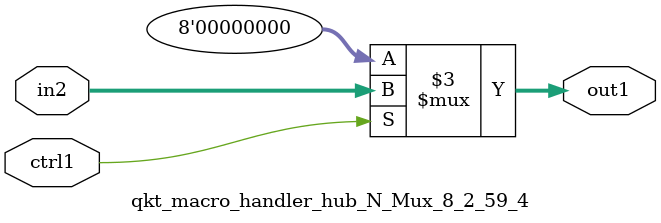
<source format=v>

`timescale 1ps / 1ps


module qkt_macro_handler_hub_N_Mux_8_2_59_4( in2, ctrl1, out1 );

    input [7:0] in2;
    input ctrl1;
    output [7:0] out1;
    reg [7:0] out1;

    
    // rtl_process:qkt_macro_handler_hub_N_Mux_8_2_59_4/qkt_macro_handler_hub_N_Mux_8_2_59_4_thread_1
    always @*
      begin : qkt_macro_handler_hub_N_Mux_8_2_59_4_thread_1
        case (ctrl1) 
          1'b1: 
            begin
              out1 = in2;
            end
          default: 
            begin
              out1 = 8'd000;
            end
        endcase
      end

endmodule



</source>
